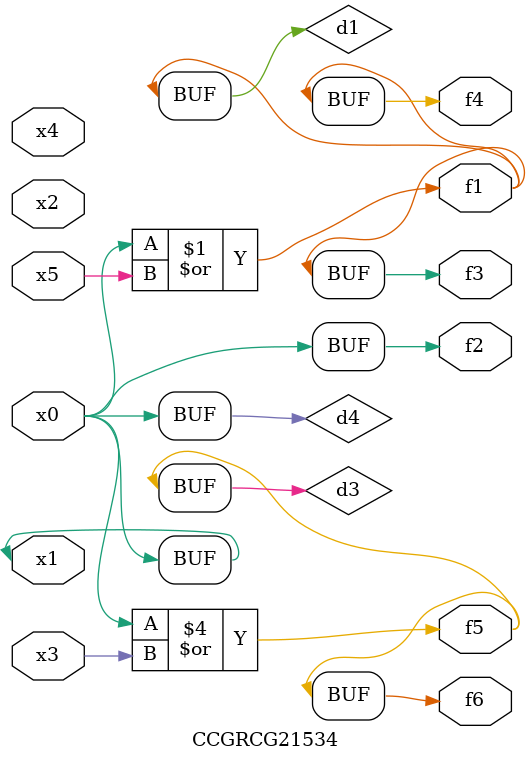
<source format=v>
module CCGRCG21534(
	input x0, x1, x2, x3, x4, x5,
	output f1, f2, f3, f4, f5, f6
);

	wire d1, d2, d3, d4;

	or (d1, x0, x5);
	xnor (d2, x1, x4);
	or (d3, x0, x3);
	buf (d4, x0, x1);
	assign f1 = d1;
	assign f2 = d4;
	assign f3 = d1;
	assign f4 = d1;
	assign f5 = d3;
	assign f6 = d3;
endmodule

</source>
